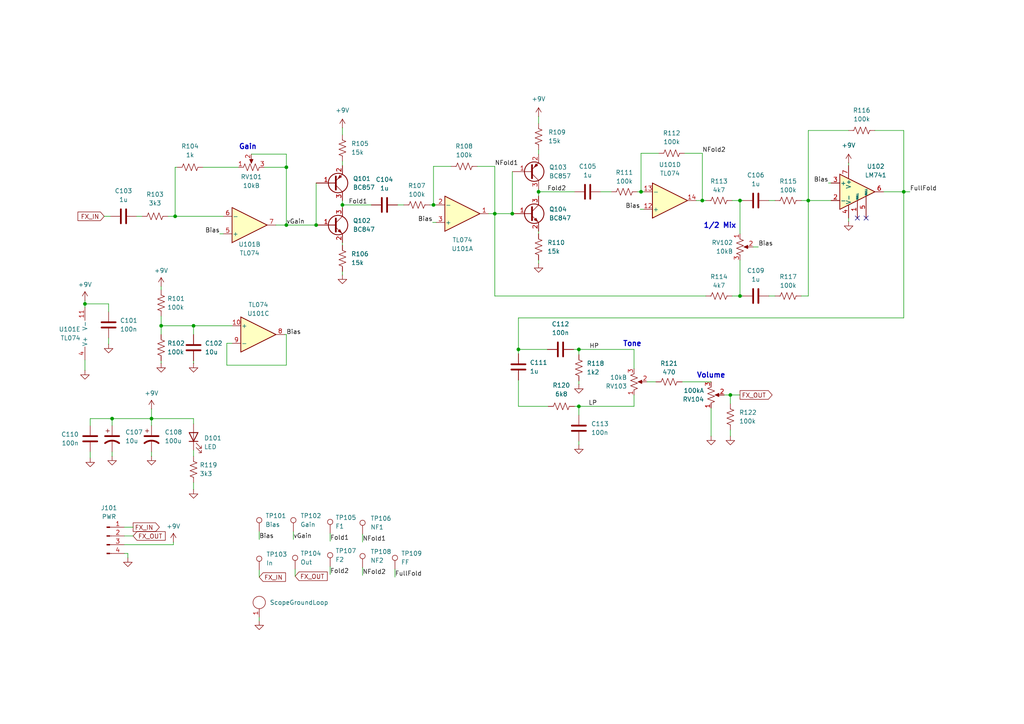
<source format=kicad_sch>
(kicad_sch (version 20231120) (generator "eeschema") (generator_version "8.0")
  (paper "A4")
  (lib_symbols
    (symbol "Amplifier_Operational:LM741" (pin_names (offset 0.127))
      (property "Reference" "U" (at 0 6.35 0))
      (property "Value" "LM741" (at 0 3.81 0))
      (symbol "LM741_0_1"
        (polyline (pts (xy -5.08 5.08) (xy 5.08 0) (xy -5.08 -5.08) (xy -5.08 5.08)) (stroke (width 0.254)) (fill (type background)))
      )
      (symbol "LM741_1_1"
        (pin input line (at 0 -7.62 90) (length 5.08) (name "NULL") (number "1"))
        (pin input line (at -7.62 -2.54 0) (length 2.54) (name "-") (number "2"))
        (pin input line (at -7.62 2.54 0) (length 2.54) (name "+") (number "3"))
        (pin power_in line (at -2.54 -7.62 90) (length 3.81) (name "V-") (number "4"))
        (pin input line (at 2.54 -7.62 90) (length 6.35) (name "NULL") (number "5"))
        (pin output line (at 7.62 0 180) (length 2.54) (name "~") (number "6"))
        (pin power_in line (at -2.54 7.62 270) (length 3.81) (name "V+") (number "7"))
        (pin no_connect line (at 0 2.54 270) (length 2.54) hide (name "NC") (number "8"))
      )
    )
    (symbol "Amplifier_Operational:TL074" (pin_names (offset 0.127))
      (property "Reference" "U" (at 0 5.08 0))
      (property "Value" "TL074" (at 0 -5.08 0))
      (symbol "TL074_1_1"
        (polyline (pts (xy -5.08 5.08) (xy 5.08 0) (xy -5.08 -5.08) (xy -5.08 5.08)) (stroke (width 0.254)) (fill (type background)))
        (pin output line (at 7.62 0 180) (length 2.54) (name "~") (number "1"))
        (pin input line (at -7.62 -2.54 0) (length 2.54) (name "-") (number "2"))
        (pin input line (at -7.62 2.54 0) (length 2.54) (name "+") (number "3"))
      )
      (symbol "TL074_2_1"
        (polyline (pts (xy -5.08 5.08) (xy 5.08 0) (xy -5.08 -5.08) (xy -5.08 5.08)) (stroke (width 0.254)) (fill (type background)))
        (pin input line (at -7.62 2.54 0) (length 2.54) (name "+") (number "5"))
        (pin input line (at -7.62 -2.54 0) (length 2.54) (name "-") (number "6"))
        (pin output line (at 7.62 0 180) (length 2.54) (name "~") (number "7"))
      )
      (symbol "TL074_3_1"
        (polyline (pts (xy -5.08 5.08) (xy 5.08 0) (xy -5.08 -5.08) (xy -5.08 5.08)) (stroke (width 0.254)) (fill (type background)))
        (pin input line (at -7.62 2.54 0) (length 2.54) (name "+") (number "10"))
        (pin output line (at 7.62 0 180) (length 2.54) (name "~") (number "8"))
        (pin input line (at -7.62 -2.54 0) (length 2.54) (name "-") (number "9"))
      )
      (symbol "TL074_4_1"
        (polyline (pts (xy -5.08 5.08) (xy 5.08 0) (xy -5.08 -5.08) (xy -5.08 5.08)) (stroke (width 0.254)) (fill (type background)))
        (pin input line (at -7.62 2.54 0) (length 2.54) (name "+") (number "12"))
        (pin input line (at -7.62 -2.54 0) (length 2.54) (name "-") (number "13"))
        (pin output line (at 7.62 0 180) (length 2.54) (name "~") (number "14"))
      )
      (symbol "TL074_5_1"
        (pin power_in line (at -2.54 -7.62 90) (length 3.81) (name "V-") (number "11"))
        (pin power_in line (at -2.54 7.62 270) (length 3.81) (name "V+") (number "4"))
      )
    )
    (symbol "Connector:Conn_01x04_Pin" (pin_names (offset 1.016) hide)
      (property "Reference" "J" (at 0 5.08 0))
      (property "Value" "Conn_01x04_Pin" (at 0 -7.62 0))
      (symbol "Conn_01x04_Pin_1_1"
        (polyline (pts (xy 1.27 -5.08) (xy 0.8636 -5.08)) (stroke (width 0.1524)))
        (polyline (pts (xy 1.27 -2.54) (xy 0.8636 -2.54)) (stroke (width 0.1524)))
        (polyline (pts (xy 1.27 0) (xy 0.8636 0)) (stroke (width 0.1524)))
        (polyline (pts (xy 1.27 2.54) (xy 0.8636 2.54)) (stroke (width 0.1524)))
        (rectangle (start 0.8636 -4.953) (end 0 -5.207) (stroke (width 0.1524)) (fill (type outline)))
        (rectangle (start 0.8636 -2.413) (end 0 -2.667) (stroke (width 0.1524)) (fill (type outline)))
        (rectangle (start 0.8636 0.127) (end 0 -0.127) (stroke (width 0.1524)) (fill (type outline)))
        (rectangle (start 0.8636 2.667) (end 0 2.413) (stroke (width 0.1524)) (fill (type outline)))
        (pin passive line (at 5.08 2.54 180) (length 3.81) (name "Pin_1") (number "1"))
        (pin passive line (at 5.08 0 180) (length 3.81) (name "Pin_2") (number "2"))
        (pin passive line (at 5.08 -2.54 180) (length 3.81) (name "Pin_3") (number "3"))
        (pin passive line (at 5.08 -5.08 180) (length 3.81) (name "Pin_4") (number "4"))
      )
    )
    (symbol "Connector:ScopeGroundLoop"
      (property "Value" "ScopeGroundLoop" (at 0 0 0))
      (symbol "ScopeGroundLoop_0_1"
        (circle (center 0 -3.3) (radius 1.8))
      )
      (symbol "ScopeGroundLoop_1_1"
        (pin passive line (at 0 -7.62 90) (length 2.54) (name "") (number "1"))
      )
    )
    (symbol "Connector:TestPoint" (pin_numbers hide) (pin_names (offset 0.762) hide) (in_bom no)
      (property "Reference" "TP" (at 0 6.858 0))
      (property "Value" "TestPoint" (at 0 5.08 0))
      (symbol "TestPoint_0_1"
        (circle (center 0 3.302) (radius 0.762))
      )
      (symbol "TestPoint_1_1"
        (pin passive line (at 0 0 90) (length 2.54) (name "1") (number "1"))
      )
    )
    (symbol "Device:C" (pin_numbers hide) (pin_names (offset 0.254))
      (property "Reference" "C" (at 0.635 2.54 0))
      (property "Value" "C" (at 0.635 -2.54 0))
      (symbol "C_0_1"
        (polyline (pts (xy -2.032 -0.762) (xy 2.032 -0.762)) (stroke (width 0.508)))
        (polyline (pts (xy -2.032 0.762) (xy 2.032 0.762)) (stroke (width 0.508)))
      )
      (symbol "C_1_1"
        (pin passive line (at 0 3.81 270) (length 2.794) (name "~") (number "1"))
        (pin passive line (at 0 -3.81 90) (length 2.794) (name "~") (number "2"))
      )
    )
    (symbol "Device:C_Polarized_US" (pin_numbers hide) (pin_names (offset 0.254) hide)
      (property "Reference" "C" (at 0.635 2.54 0))
      (property "Value" "C_Polarized_US" (at 0.635 -2.54 0))
      (symbol "C_Polarized_US_0_1"
        (polyline (pts (xy -2.032 0.762) (xy 2.032 0.762)) (stroke (width 0.508)))
        (polyline (pts (xy -1.778 2.286) (xy -0.762 2.286)))
        (polyline (pts (xy -1.27 1.778) (xy -1.27 2.794)))
        (arc (start 2.032 -1.27) (mid 0 -0.5572) (end -2.032 -1.27) (stroke (width 0.508)))
      )
      (symbol "C_Polarized_US_1_1"
        (pin passive line (at 0 3.81 270) (length 2.794) (name "~") (number "1"))
        (pin passive line (at 0 -3.81 90) (length 3.302) (name "~") (number "2"))
      )
    )
    (symbol "Device:LED" (pin_numbers hide) (pin_names (offset 1.016) hide)
      (property "Reference" "D" (at 0 2.54 0))
      (property "Value" "LED" (at 0 -2.54 0))
      (symbol "LED_0_1"
        (polyline (pts (xy -1.27 -1.27) (xy -1.27 1.27)) (stroke (width 0.254)))
        (polyline (pts (xy -1.27 0) (xy 1.27 0)))
        (polyline (pts (xy 1.27 -1.27) (xy 1.27 1.27) (xy -1.27 0) (xy 1.27 -1.27)) (stroke (width 0.254)))
        (polyline (pts (xy -3.048 -0.762) (xy -4.572 -2.286) (xy -3.81 -2.286) (xy -4.572 -2.286) (xy -4.572 -1.524)))
        (polyline (pts (xy -1.778 -0.762) (xy -3.302 -2.286) (xy -2.54 -2.286) (xy -3.302 -2.286) (xy -3.302 -1.524)))
      )
      (symbol "LED_1_1"
        (pin passive line (at -3.81 0 0) (length 2.54) (name "K") (number "1"))
        (pin passive line (at 3.81 0 180) (length 2.54) (name "A") (number "2"))
      )
    )
    (symbol "Device:R_Potentiometer_US" (pin_names (offset 1.016) hide)
      (property "Reference" "RV" (at -4.445 0 90))
      (property "Value" "R_Potentiometer_US" (at -2.54 0 90))
      (symbol "R_Potentiometer_US_0_1"
        (polyline (pts (xy 0 -2.286) (xy 0 -2.54)))
        (polyline (pts (xy 0 2.54) (xy 0 2.286)))
        (polyline (pts (xy 2.54 0) (xy 1.524 0)))
        (polyline (pts (xy 1.143 0) (xy 2.286 0.508) (xy 2.286 -0.508) (xy 1.143 0)) (fill (type outline)))
        (polyline (pts (xy 0 -0.762) (xy 1.016 -1.143) (xy 0 -1.524) (xy -1.016 -1.905) (xy 0 -2.286)))
        (polyline (pts (xy 0 0.762) (xy 1.016 0.381) (xy 0 0) (xy -1.016 -0.381) (xy 0 -0.762)))
        (polyline (pts (xy 0 2.286) (xy 1.016 1.905) (xy 0 1.524) (xy -1.016 1.143) (xy 0 0.762)))
      )
      (symbol "R_Potentiometer_US_1_1"
        (pin passive line (at 0 3.81 270) (length 1.27) (name "1") (number "1"))
        (pin passive line (at 3.81 0 180) (length 1.27) (name "2") (number "2"))
        (pin passive line (at 0 -3.81 90) (length 1.27) (name "3") (number "3"))
      )
    )
    (symbol "Device:R_US" (pin_numbers hide) (pin_names (offset 0))
      (property "Reference" "R" (at 2.54 0 90))
      (property "Value" "R_US" (at -2.54 0 90))
      (symbol "R_US_0_1"
        (polyline (pts (xy 0 -2.286) (xy 0 -2.54)))
        (polyline (pts (xy 0 2.286) (xy 0 2.54)))
        (polyline (pts (xy 0 -0.762) (xy 1.016 -1.143) (xy 0 -1.524) (xy -1.016 -1.905) (xy 0 -2.286)))
        (polyline (pts (xy 0 0.762) (xy 1.016 0.381) (xy 0 0) (xy -1.016 -0.381) (xy 0 -0.762)))
        (polyline (pts (xy 0 2.286) (xy 1.016 1.905) (xy 0 1.524) (xy -1.016 1.143) (xy 0 0.762)))
      )
      (symbol "R_US_1_1"
        (pin passive line (at 0 3.81 270) (length 1.27) (name "~") (number "1"))
        (pin passive line (at 0 -3.81 90) (length 1.27) (name "~") (number "2"))
      )
    )
    (symbol "Transistor_BJT:BC847" (pin_names (offset 0) hide)
      (property "Reference" "Q" (at 5.08 1.905 0))
      (property "Value" "BC847" (at 5.08 0 0))
      (symbol "BC847_0_1"
        (polyline (pts (xy 0.635 0.635) (xy 2.54 2.54)))
        (polyline (pts (xy 0.635 -0.635) (xy 2.54 -2.54) (xy 2.54 -2.54)))
        (polyline (pts (xy 0.635 1.905) (xy 0.635 -1.905) (xy 0.635 -1.905)) (stroke (width 0.508)))
        (polyline (pts (xy 1.27 -1.778) (xy 1.778 -1.27) (xy 2.286 -2.286) (xy 1.27 -1.778) (xy 1.27 -1.778)) (fill (type outline)))
        (circle (center 1.27 0) (radius 2.8194) (stroke (width 0.254)))
      )
      (symbol "BC847_1_1"
        (pin input line (at -5.08 0 0) (length 5.715) (name "B") (number "1"))
        (pin passive line (at 2.54 -5.08 90) (length 2.54) (name "E") (number "2"))
        (pin passive line (at 2.54 5.08 270) (length 2.54) (name "C") (number "3"))
      )
    )
    (symbol "Transistor_BJT:BC857" (pin_names (offset 0) hide)
      (property "Reference" "Q" (at 5.08 1.905 0))
      (property "Value" "BC857" (at 5.08 0 0))
      (symbol "BC857_0_1"
        (polyline (pts (xy 0.635 0.635) (xy 2.54 2.54)))
        (polyline (pts (xy 0.635 -0.635) (xy 2.54 -2.54) (xy 2.54 -2.54)))
        (polyline (pts (xy 0.635 1.905) (xy 0.635 -1.905) (xy 0.635 -1.905)) (stroke (width 0.508)))
        (polyline (pts (xy 2.286 -1.778) (xy 1.778 -2.286) (xy 1.27 -1.27) (xy 2.286 -1.778) (xy 2.286 -1.778)) (fill (type outline)))
        (circle (center 1.27 0) (radius 2.8194) (stroke (width 0.254)))
      )
      (symbol "BC857_1_1"
        (pin input line (at -5.08 0 0) (length 5.715) (name "B") (number "1"))
        (pin passive line (at 2.54 -5.08 90) (length 2.54) (name "E") (number "2"))
        (pin passive line (at 2.54 5.08 270) (length 2.54) (name "C") (number "3"))
      )
    )
    (symbol "power:+9V" (power) (pin_numbers hide) (pin_names (offset 0) hide)
      (property "Value" "+9V" (at 0 3.556 0))
      (symbol "+9V_0_1"
        (polyline (pts (xy -0.762 1.27) (xy 0 2.54)))
        (polyline (pts (xy 0 0) (xy 0 2.54)))
        (polyline (pts (xy 0 2.54) (xy 0.762 1.27)))
      )
      (symbol "+9V_1_1"
        (pin power_in line (at 0 0 90) (length 0) (name "~") (number "1"))
      )
    )
    (symbol "power:GND" (power) (pin_numbers hide) (pin_names (offset 0) hide)
      (symbol "GND_0_1"
        (polyline (pts (xy 0 0) (xy 0 -1.27) (xy 1.27 -1.27) (xy 0 -2.54) (xy -1.27 -1.27) (xy 0 -1.27)))
      )
      (symbol "GND_1_1"
        (pin power_in line (at 0 0 270) (length 0) (name "~") (number "1"))
      )
    )
  )
  (junction (at 234.442 58.166))
  (junction (at 150.368 101.346))
  (junction (at 167.894 117.856))
  (junction (at 203.708 58.166))
  (junction (at 143.51 61.976))
  (junction (at 214.63 58.166))
  (junction (at 167.894 101.346))
  (junction (at 211.836 114.554))
  (junction (at 156.21 55.626))
  (junction (at 83.058 65.278))
  (junction (at 56.134 94.488))
  (junction (at 24.638 88.138))
  (junction (at 43.942 121.412))
  (junction (at 83.058 48.514))
  (junction (at 99.314 59.436))
  (junction (at 125.73 59.436))
  (junction (at 46.736 94.488))
  (junction (at 50.8 62.738))
  (junction (at 91.694 65.278))
  (junction (at 32.512 121.412))
  (junction (at 262.128 55.626))
  (junction (at 214.63 85.852))
  (junction (at 148.59 61.976))
  (junction (at 185.928 55.626))
  (no_connect (at 248.666 63.246))
  (no_connect (at 251.206 63.246))
  (wire (pts (xy 166.37 101.346) (xy 167.894 101.346)))
  (wire (pts (xy 143.51 61.976) (xy 148.59 61.976)))
  (wire (pts (xy 214.63 85.852) (xy 215.392 85.852)))
  (wire (pts (xy 36.068 160.528) (xy 37.084 160.528)))
  (wire (pts (xy 214.63 75.438) (xy 214.63 85.852)))
  (wire (pts (xy 125.73 59.436) (xy 126.492 59.436)))
  (wire (pts (xy 203.708 58.166) (xy 204.724 58.166)))
  (wire (pts (xy 26.162 121.412) (xy 32.512 121.412)))
  (wire (pts (xy 211.836 114.554) (xy 210.058 114.554)))
  (wire (pts (xy 99.314 78.74) (xy 99.314 79.756)))
  (wire (pts (xy 105.156 154.94) (xy 105.156 157.226)))
  (wire (pts (xy 183.896 106.934) (xy 183.896 101.346)))
  (wire (pts (xy 56.134 121.412) (xy 43.942 121.412)))
  (wire (pts (xy 24.638 88.138) (xy 24.638 89.154)))
  (wire (pts (xy 115.316 59.436) (xy 117.094 59.436)))
  (wire (pts (xy 214.63 67.818) (xy 214.63 58.166)))
  (wire (pts (xy 141.732 61.976) (xy 143.51 61.976)))
  (wire (pts (xy 214.63 58.166) (xy 215.392 58.166)))
  (wire (pts (xy 50.292 157.988) (xy 50.292 157.226)))
  (wire (pts (xy 156.21 43.434) (xy 156.21 44.704)))
  (wire (pts (xy 36.068 157.988) (xy 50.292 157.988)))
  (wire (pts (xy 203.708 44.45) (xy 203.708 58.166)))
  (wire (pts (xy 46.736 104.648) (xy 46.736 105.41)))
  (wire (pts (xy 31.496 90.424) (xy 31.496 88.138)))
  (wire (pts (xy 156.21 54.864) (xy 156.21 55.626)))
  (wire (pts (xy 125.476 64.516) (xy 126.492 64.516)))
  (wire (pts (xy 253.746 37.846) (xy 262.128 37.846)))
  (wire (pts (xy 56.134 139.954) (xy 56.134 141.986)))
  (wire (pts (xy 56.134 94.488) (xy 67.31 94.488)))
  (wire (pts (xy 43.942 131.064) (xy 43.942 132.334)))
  (wire (pts (xy 56.134 122.936) (xy 56.134 121.412)))
  (wire (pts (xy 46.736 83.058) (xy 46.736 84.074)))
  (wire (pts (xy 50.8 62.738) (xy 64.77 62.738)))
  (wire (pts (xy 143.51 85.852) (xy 143.51 61.976)))
  (wire (pts (xy 43.942 118.618) (xy 43.942 121.412)))
  (wire (pts (xy 67.31 99.568) (xy 65.786 99.568)))
  (wire (pts (xy 150.368 102.616) (xy 150.368 101.346)))
  (wire (pts (xy 156.21 55.626) (xy 166.624 55.626)))
  (wire (pts (xy 234.442 58.166) (xy 241.046 58.166)))
  (wire (pts (xy 30.226 62.738) (xy 32.004 62.738)))
  (wire (pts (xy 190.246 110.744) (xy 187.706 110.744)))
  (wire (pts (xy 234.442 37.846) (xy 246.126 37.846)))
  (wire (pts (xy 83.058 65.278) (xy 80.01 65.278)))
  (wire (pts (xy 184.912 55.626) (xy 185.928 55.626)))
  (wire (pts (xy 58.928 48.514) (xy 69.088 48.514)))
  (wire (pts (xy 211.836 114.554) (xy 214.63 114.554)))
  (wire (pts (xy 156.21 33.782) (xy 156.21 35.814)))
  (wire (pts (xy 183.896 101.346) (xy 167.894 101.346)))
  (wire (pts (xy 48.768 62.738) (xy 50.8 62.738)))
  (wire (pts (xy 43.942 121.412) (xy 32.512 121.412)))
  (wire (pts (xy 99.314 37.084) (xy 99.314 39.116)))
  (wire (pts (xy 72.898 44.704) (xy 83.058 44.704)))
  (wire (pts (xy 167.894 101.346) (xy 167.894 102.87)))
  (wire (pts (xy 63.754 67.818) (xy 64.77 67.818)))
  (wire (pts (xy 130.81 48.26) (xy 125.73 48.26)))
  (wire (pts (xy 85.598 165.1) (xy 85.598 167.132)))
  (wire (pts (xy 24.638 104.394) (xy 24.638 107.442)))
  (wire (pts (xy 43.942 123.444) (xy 43.942 121.412)))
  (wire (pts (xy 223.012 85.852) (xy 224.79 85.852)))
  (wire (pts (xy 159.004 117.856) (xy 150.368 117.856)))
  (wire (pts (xy 76.708 48.514) (xy 83.058 48.514)))
  (wire (pts (xy 50.8 48.514) (xy 50.8 62.738)))
  (wire (pts (xy 246.126 47.244) (xy 246.126 48.006)))
  (wire (pts (xy 218.44 71.628) (xy 219.964 71.628)))
  (wire (pts (xy 167.894 117.856) (xy 167.894 120.396)))
  (wire (pts (xy 83.058 48.514) (xy 83.058 65.278)))
  (wire (pts (xy 166.624 117.856) (xy 167.894 117.856)))
  (wire (pts (xy 65.786 105.918) (xy 83.058 105.918)))
  (wire (pts (xy 174.244 55.626) (xy 177.292 55.626)))
  (wire (pts (xy 150.368 101.346) (xy 158.75 101.346)))
  (wire (pts (xy 256.286 55.626) (xy 262.128 55.626)))
  (wire (pts (xy 150.368 101.346) (xy 150.368 92.202)))
  (wire (pts (xy 185.928 55.626) (xy 186.69 55.626)))
  (wire (pts (xy 32.512 123.444) (xy 32.512 121.412)))
  (wire (pts (xy 167.894 117.856) (xy 183.896 117.856)))
  (wire (pts (xy 36.068 152.908) (xy 38.608 152.908)))
  (wire (pts (xy 201.93 58.166) (xy 203.708 58.166)))
  (wire (pts (xy 99.314 70.358) (xy 99.314 71.12)))
  (wire (pts (xy 99.314 46.736) (xy 99.314 48.006)))
  (wire (pts (xy 185.928 44.45) (xy 185.928 55.626)))
  (wire (pts (xy 206.248 118.364) (xy 206.248 126.492)))
  (wire (pts (xy 262.128 37.846) (xy 262.128 55.626)))
  (wire (pts (xy 75.184 179.07) (xy 75.184 180.086)))
  (wire (pts (xy 234.442 58.166) (xy 234.442 85.852)))
  (wire (pts (xy 185.674 60.706) (xy 186.69 60.706)))
  (wire (pts (xy 46.736 94.488) (xy 56.134 94.488)))
  (wire (pts (xy 124.714 59.436) (xy 125.73 59.436)))
  (wire (pts (xy 85.09 154.178) (xy 85.09 156.464)))
  (wire (pts (xy 211.836 124.714) (xy 211.836 126.492)))
  (wire (pts (xy 246.126 63.246) (xy 246.126 64.262)))
  (wire (pts (xy 156.21 55.626) (xy 156.21 56.896)))
  (wire (pts (xy 95.758 164.338) (xy 95.758 166.624)))
  (wire (pts (xy 56.134 130.556) (xy 56.134 132.334)))
  (wire (pts (xy 37.084 160.528) (xy 37.084 161.798)))
  (wire (pts (xy 83.058 105.918) (xy 83.058 97.028)))
  (wire (pts (xy 31.496 88.138) (xy 24.638 88.138)))
  (wire (pts (xy 83.058 97.028) (xy 82.55 97.028)))
  (wire (pts (xy 156.21 67.056) (xy 156.21 67.818)))
  (wire (pts (xy 50.8 48.514) (xy 51.308 48.514)))
  (wire (pts (xy 191.008 44.45) (xy 185.928 44.45)))
  (wire (pts (xy 75.184 165.354) (xy 75.184 167.386)))
  (wire (pts (xy 31.496 98.044) (xy 31.496 99.822)))
  (wire (pts (xy 46.736 94.488) (xy 46.736 97.028)))
  (wire (pts (xy 148.59 49.784) (xy 148.59 61.976)))
  (wire (pts (xy 99.314 59.436) (xy 99.314 60.198)))
  (wire (pts (xy 95.758 154.686) (xy 95.758 156.972)))
  (wire (pts (xy 212.344 85.852) (xy 214.63 85.852)))
  (wire (pts (xy 91.694 65.278) (xy 83.058 65.278)))
  (wire (pts (xy 99.314 58.166) (xy 99.314 59.436)))
  (wire (pts (xy 150.368 117.856) (xy 150.368 110.236)))
  (wire (pts (xy 83.058 44.704) (xy 83.058 48.514)))
  (wire (pts (xy 138.43 48.26) (xy 143.51 48.26)))
  (wire (pts (xy 232.41 58.166) (xy 234.442 58.166)))
  (wire (pts (xy 65.786 99.568) (xy 65.786 105.918)))
  (wire (pts (xy 26.162 123.444) (xy 26.162 121.412)))
  (wire (pts (xy 26.162 131.064) (xy 26.162 132.842)))
  (wire (pts (xy 75.184 154.178) (xy 75.184 156.464)))
  (wire (pts (xy 211.836 117.094) (xy 211.836 114.554)))
  (wire (pts (xy 167.894 110.49) (xy 167.894 111.506)))
  (wire (pts (xy 198.628 44.45) (xy 203.708 44.45)))
  (wire (pts (xy 32.512 131.064) (xy 32.512 132.334)))
  (wire (pts (xy 234.442 37.846) (xy 234.442 58.166)))
  (wire (pts (xy 206.248 110.744) (xy 197.866 110.744)))
  (wire (pts (xy 125.73 48.26) (xy 125.73 59.436)))
  (wire (pts (xy 39.624 62.738) (xy 41.148 62.738)))
  (wire (pts (xy 214.63 58.166) (xy 212.344 58.166)))
  (wire (pts (xy 232.41 85.852) (xy 234.442 85.852)))
  (wire (pts (xy 36.068 155.448) (xy 38.608 155.448)))
  (wire (pts (xy 114.554 165.1) (xy 114.554 167.386)))
  (wire (pts (xy 183.896 114.554) (xy 183.896 117.856)))
  (wire (pts (xy 143.51 85.852) (xy 204.724 85.852)))
  (wire (pts (xy 167.894 128.016) (xy 167.894 129.032)))
  (wire (pts (xy 223.012 58.166) (xy 224.79 58.166)))
  (wire (pts (xy 240.284 53.086) (xy 241.046 53.086)))
  (wire (pts (xy 99.314 59.436) (xy 107.696 59.436)))
  (wire (pts (xy 263.906 55.626) (xy 262.128 55.626)))
  (wire (pts (xy 91.694 53.086) (xy 91.694 65.278)))
  (wire (pts (xy 143.51 48.26) (xy 143.51 61.976)))
  (wire (pts (xy 56.134 104.648) (xy 56.134 105.41)))
  (wire (pts (xy 262.128 92.202) (xy 262.128 55.626)))
  (wire (pts (xy 150.368 92.202) (xy 262.128 92.202)))
  (wire (pts (xy 105.156 164.592) (xy 105.156 166.878)))
  (wire (pts (xy 56.134 94.488) (xy 56.134 97.028)))
  (wire (pts (xy 156.21 75.438) (xy 156.21 76.454)))
  (wire (pts (xy 24.638 87.122) (xy 24.638 88.138)))
  (wire (pts (xy 46.736 91.694) (xy 46.736 94.488)))
  (text "Volume" (at 206.248 108.966 0) (effects (font (size 1.5 1.5) (thickness 0.3) (bold yes))))
  (text "Tone" (at 183.388 99.822 0) (effects (font (size 1.5 1.5) (thickness 0.3) (bold yes))))
  (text "Gain" (at 71.882 42.672 0) (effects (font (size 1.5 1.5) (thickness 0.3) (bold yes))))
  (text "1/2 Mix" (at 208.788 65.532 0) (effects (font (size 1.5 1.5) (thickness 0.3) (bold yes))))
  (label "Fold2" (at 158.75 55.626 0))
  (label "HP" (at 170.942 101.346 0))
  (label "Fold1" (at 95.758 156.972 0))
  (label "FullFold" (at 114.554 167.386 0))
  (label "LP" (at 170.688 117.856 0))
  (label "Bias" (at 185.674 60.706 180))
  (label "NFold2" (at 203.708 44.45 0))
  (label "Bias" (at 75.184 156.464 0))
  (label "Fold2" (at 95.758 166.624 0))
  (label "FullFold" (at 263.906 55.626 0))
  (label "NFold1" (at 105.156 157.226 0))
  (label "Bias" (at 63.754 67.818 180))
  (label "Bias" (at 125.476 64.516 180))
  (label "Bias" (at 240.284 53.086 180))
  (label "Fold1" (at 101.092 59.436 0))
  (label "NFold1" (at 143.51 48.26 0))
  (label "vGain" (at 83.058 65.278 0))
  (label "NFold2" (at 105.156 166.878 0))
  (label "Bias" (at 83.058 97.282 0))
  (label "Bias" (at 219.964 71.628 0))
  (label "vGain" (at 85.09 156.464 0))
  (global_label "FX_IN" (shape input) (at 75.184 167.386 0) (property "Intersheetrefs" "${INTERSHEET_REFS}" (effects (hide yes))))
  (global_label "FX_OUT" (shape output) (at 214.63 114.554 0) (property "Intersheetrefs" "${INTERSHEET_REFS}" (effects (hide yes))))
  (global_label "FX_IN" (shape input) (at 30.226 62.738 180) (property "Intersheetrefs" "${INTERSHEET_REFS}" (effects (hide yes))))
  (global_label "FX_OUT" (shape input) (at 38.608 155.448 0) (property "Intersheetrefs" "${INTERSHEET_REFS}" (effects (hide yes))))
  (global_label "FX_OUT" (shape input) (at 85.598 167.132 0) (property "Intersheetrefs" "${INTERSHEET_REFS}" (effects (hide yes))))
  (global_label "FX_IN" (shape output) (at 38.608 152.908 0) (property "Intersheetrefs" "${INTERSHEET_REFS}" (effects (hide yes))))
  (symbol (lib_id "Device:C") (at 219.202 58.166 90) (unit 1)
    (property "Reference" "C106" (at 219.202 50.8 90))
    (property "Value" "1u" (at 219.202 53.34 90))
    (property "Footprint" "Capacitor_SMD:C_0805_2012Metric" (effects (hide yes)))
    (property "Description" "Unpolarized capacitor" (effects (hide yes)))
  )
  (symbol (lib_id "power:+9V") (at 99.314 37.084 0) (unit 1)
    (property "Reference" "#PWR0107" (effects (hide yes)))
    (property "Value" "+9V" (at 99.314 32.004 0))
    (property "Description" "Power symbol creates a global label with name \"+9V\"" (effects (hide yes)))
  )
  (symbol (lib_id "Device:C") (at 26.162 127.254 0) (mirror y) (unit 1)
    (property "Reference" "C110" (at 22.86 125.9839 0) (effects (justify left)))
    (property "Value" "100n" (at 22.86 128.5239 0) (effects (justify left)))
    (property "Footprint" "Capacitor_SMD:C_0805_2012Metric" (effects (hide yes)))
    (property "Description" "Unpolarized capacitor" (effects (hide yes)))
  )
  (symbol (lib_id "power:GND") (at 211.836 126.492 0) (unit 1)
    (property "Reference" "#PWR0121" (effects (hide yes)))
    (property "Value" "GND" (effects (hide yes)))
    (property "Description" "Power symbol creates a global label with name \"GND\" , ground" (effects (hide yes)))
  )
  (symbol (lib_id "Device:R_US") (at 208.534 58.166 90) (unit 1)
    (property "Reference" "R113" (at 208.534 52.578 90))
    (property "Value" "4k7" (at 208.534 55.118 90))
    (property "Footprint" "Resistor_SMD:R_0805_2012Metric" (effects (hide yes)))
    (property "Description" "Resistor, US symbol" (effects (hide yes)))
  )
  (symbol (lib_id "Device:C") (at 167.894 124.206 0) (unit 1)
    (property "Reference" "C113" (at 171.45 122.9359 0) (effects (justify left)))
    (property "Value" "100n" (at 171.45 125.4759 0) (effects (justify left)))
    (property "Footprint" "Capacitor_SMD:C_0805_2012Metric" (effects (hide yes)))
    (property "Description" "Unpolarized capacitor" (effects (hide yes)))
  )
  (symbol (lib_id "Device:R_US") (at 228.6 58.166 90) (unit 1)
    (property "Reference" "R115" (at 228.6 52.578 90))
    (property "Value" "100k" (at 228.6 55.118 90))
    (property "Footprint" "Resistor_SMD:R_0805_2012Metric" (effects (hide yes)))
    (property "Description" "Resistor, US symbol" (effects (hide yes)))
  )
  (symbol (lib_id "Device:C") (at 150.368 106.426 0) (unit 1)
    (property "Reference" "C111" (at 153.67 105.1559 0) (effects (justify left)))
    (property "Value" "1u" (at 153.67 107.6959 0) (effects (justify left)))
    (property "Footprint" "Capacitor_SMD:C_0805_2012Metric" (effects (hide yes)))
    (property "Description" "Unpolarized capacitor" (effects (hide yes)))
  )
  (symbol (lib_id "Device:R_US") (at 211.836 120.904 0) (unit 1)
    (property "Reference" "R122" (at 214.376 119.6339 0) (effects (justify left)))
    (property "Value" "100k" (at 214.376 122.1739 0) (effects (justify left)))
    (property "Footprint" "Resistor_SMD:R_0805_2012Metric" (effects (hide yes)))
    (property "Description" "Resistor, US symbol" (effects (hide yes)))
  )
  (symbol (lib_id "Device:LED") (at 56.134 126.746 90) (unit 1)
    (property "Reference" "D101" (at 59.182 127.0634 90) (effects (justify right)))
    (property "Value" "LED" (at 59.182 129.6034 90) (effects (justify right)))
    (property "Footprint" "LED_THT:LED_D3.0mm" (effects (hide yes)))
    (property "Description" "Light emitting diode" (effects (hide yes)))
  )
  (symbol (lib_id "Device:C") (at 170.434 55.626 90) (unit 1)
    (property "Reference" "C105" (at 170.434 48.26 90))
    (property "Value" "1u" (at 170.434 50.8 90))
    (property "Footprint" "Capacitor_SMD:C_0805_2012Metric" (effects (hide yes)))
    (property "Description" "Unpolarized capacitor" (effects (hide yes)))
  )
  (symbol (lib_id "power:GND") (at 24.638 107.442 0) (unit 1)
    (property "Reference" "#PWR0102" (effects (hide yes)))
    (property "Value" "GND" (effects (hide yes)))
    (property "Description" "Power symbol creates a global label with name \"GND\" , ground" (effects (hide yes)))
  )
  (symbol (lib_id "Device:R_US") (at 46.736 100.838 0) (unit 1)
    (property "Reference" "R102" (at 48.514 99.5679 0) (effects (justify left)))
    (property "Value" "100k" (at 48.514 102.1079 0) (effects (justify left)))
    (property "Footprint" "Resistor_SMD:R_0805_2012Metric" (effects (hide yes)))
    (property "Description" "Resistor, US symbol" (effects (hide yes)))
  )
  (symbol (lib_id "Device:R_Potentiometer_US") (at 206.248 114.554 0) (mirror x) (unit 1)
    (property "Reference" "RV104" (at 204.216 115.8241 0) (effects (justify right)))
    (property "Value" "100kA" (at 204.216 113.2841 0) (effects (justify right)))
    (property "Footprint" "Potentiometer_THT:Potentiometer_Alpha_RV16AF_42_VeryLong" (effects (hide yes)))
    (property "Description" "Potentiometer, US symbol" (effects (hide yes)))
  )
  (symbol (lib_id "Connector:TestPoint") (at 105.156 154.94 0) (unit 1) (in_bom no)
    (property "Reference" "TP106" (at 107.442 150.3679 0) (effects (justify left)))
    (property "Value" "NF1" (at 107.442 152.9079 0) (effects (justify left)))
    (property "Footprint" "TestPoint:TestPoint_THTPad_D2.0mm_Drill1.0mm_VAL" (effects (hide yes)))
    (property "Description" "test point" (effects (hide yes)))
  )
  (symbol (lib_id "Device:R_US") (at 56.134 136.144 0) (unit 1)
    (property "Reference" "R119" (at 57.912 134.8739 0) (effects (justify left)))
    (property "Value" "3k3" (at 57.912 137.4139 0) (effects (justify left)))
    (property "Footprint" "Resistor_SMD:R_0805_2012Metric" (effects (hide yes)))
    (property "Description" "Resistor, US symbol" (effects (hide yes)))
  )
  (symbol (lib_id "Device:R_US") (at 167.894 106.68 0) (unit 1)
    (property "Reference" "R118" (at 170.18 105.4099 0) (effects (justify left)))
    (property "Value" "1k2" (at 170.18 107.9499 0) (effects (justify left)))
    (property "Footprint" "Resistor_SMD:R_0805_2012Metric" (effects (hide yes)))
    (property "Description" "Resistor, US symbol" (effects (hide yes)))
  )
  (symbol (lib_id "Amplifier_Operational:TL074") (at 134.112 61.976 0) (mirror x) (unit 1)
    (property "Reference" "U101" (at 134.112 72.136 0))
    (property "Value" "TL074" (at 134.112 69.596 0))
    (property "Footprint" "Package_DIP:DIP-14_W7.62mm" (effects (hide yes)))
    (property "Datasheet" "http://www.ti.com/lit/ds/symlink/tl071.pdf" (effects (hide yes)))
    (property "Description" "Quad Low-Noise JFET-Input Operational Amplifiers, DIP-14/SOIC-14" (effects (hide yes)))
  )
  (symbol (lib_id "Device:C") (at 35.814 62.738 90) (unit 1)
    (property "Reference" "C103" (at 35.814 55.372 90))
    (property "Value" "1u" (at 35.814 57.912 90))
    (property "Footprint" "Capacitor_SMD:C_0805_2012Metric" (effects (hide yes)))
    (property "Description" "Unpolarized capacitor" (effects (hide yes)))
  )
  (symbol (lib_id "Device:C_Polarized_US") (at 32.512 127.254 0) (unit 1)
    (property "Reference" "C107" (at 36.322 125.3489 0) (effects (justify left)))
    (property "Value" "10u" (at 36.322 127.8889 0) (effects (justify left)))
    (property "Footprint" "Capacitor_THT:CP_Radial_D5.0mm_P2.50mm" (effects (hide yes)))
    (property "Description" "Polarized capacitor, US symbol" (effects (hide yes)))
  )
  (symbol (lib_id "Device:R_Potentiometer_US") (at 183.896 110.744 0) (mirror x) (unit 1)
    (property "Reference" "RV103" (at 181.864 112.0141 0) (effects (justify right)))
    (property "Value" "10kB" (at 181.864 109.4741 0) (effects (justify right)))
    (property "Footprint" "Potentiometer_THT:Potentiometer_Alpha_RV16AF_42_VeryLong" (effects (hide yes)))
    (property "Description" "Potentiometer, US symbol" (effects (hide yes)))
  )
  (symbol (lib_id "power:GND") (at 156.21 76.454 0) (unit 1)
    (property "Reference" "#PWR0110" (effects (hide yes)))
    (property "Value" "GND" (effects (hide yes)))
    (property "Description" "Power symbol creates a global label with name \"GND\" , ground" (effects (hide yes)))
  )
  (symbol (lib_id "Device:R_US") (at 156.21 39.624 0) (unit 1)
    (property "Reference" "R109" (at 159.004 38.3539 0) (effects (justify left)))
    (property "Value" "15k" (at 159.004 40.8939 0) (effects (justify left)))
    (property "Footprint" "Resistor_SMD:R_0805_2012Metric" (effects (hide yes)))
    (property "Description" "Resistor, US symbol" (effects (hide yes)))
  )
  (symbol (lib_id "Connector:TestPoint") (at 95.758 164.338 0) (unit 1) (in_bom no)
    (property "Reference" "TP107" (at 97.282 159.7659 0) (effects (justify left)))
    (property "Value" "F2" (at 97.282 162.3059 0) (effects (justify left)))
    (property "Footprint" "TestPoint:TestPoint_THTPad_D2.0mm_Drill1.0mm_VAL" (effects (hide yes)))
    (property "Description" "test point" (effects (hide yes)))
  )
  (symbol (lib_id "Device:C") (at 111.506 59.436 90) (unit 1)
    (property "Reference" "C104" (at 111.506 52.07 90))
    (property "Value" "1u" (at 111.506 54.61 90))
    (property "Footprint" "Capacitor_SMD:C_0805_2012Metric" (effects (hide yes)))
    (property "Description" "Unpolarized capacitor" (effects (hide yes)))
  )
  (symbol (lib_id "power:GND") (at 56.134 141.986 0) (unit 1)
    (property "Reference" "#PWR0116" (effects (hide yes)))
    (property "Value" "GND" (effects (hide yes)))
    (property "Description" "Power symbol creates a global label with name \"GND\" , ground" (effects (hide yes)))
  )
  (symbol (lib_id "power:+9V") (at 50.292 157.226 0) (unit 1)
    (property "Reference" "#PWR0123" (effects (hide yes)))
    (property "Value" "+9V" (at 50.292 152.654 0))
    (property "Description" "Power symbol creates a global label with name \"+9V\"" (effects (hide yes)))
  )
  (symbol (lib_id "power:GND") (at 99.314 79.756 0) (unit 1)
    (property "Reference" "#PWR0108" (effects (hide yes)))
    (property "Value" "GND" (effects (hide yes)))
    (property "Description" "Power symbol creates a global label with name \"GND\" , ground" (effects (hide yes)))
  )
  (symbol (lib_id "Connector:Conn_01x04_Pin") (at 30.988 155.448 0) (unit 1)
    (property "Reference" "J101" (at 31.623 147.32 0))
    (property "Value" "PWR" (at 31.623 149.86 0))
    (property "Footprint" "Connector_PinHeader_2.54mm:PinHeader_1x04_P2.54mm_Vertical" (effects (hide yes)))
    (property "Description" "Generic connector, single row, 01x04, script generated" (effects (hide yes)))
  )
  (symbol (lib_id "power:GND") (at 43.942 132.334 0) (unit 1)
    (property "Reference" "#PWR0115" (effects (hide yes)))
    (property "Value" "GND" (effects (hide yes)))
    (property "Description" "Power symbol creates a global label with name \"GND\" , ground" (effects (hide yes)))
  )
  (symbol (lib_id "Device:R_US") (at 99.314 42.926 0) (unit 1)
    (property "Reference" "R105" (at 101.854 41.6559 0) (effects (justify left)))
    (property "Value" "15k" (at 101.854 44.1959 0) (effects (justify left)))
    (property "Footprint" "Resistor_SMD:R_0805_2012Metric" (effects (hide yes)))
    (property "Description" "Resistor, US symbol" (effects (hide yes)))
  )
  (symbol (lib_id "Device:R_US") (at 55.118 48.514 90) (unit 1)
    (property "Reference" "R104" (at 55.118 42.418 90))
    (property "Value" "1k" (at 55.118 44.958 90))
    (property "Footprint" "Resistor_SMD:R_0805_2012Metric" (effects (hide yes)))
    (property "Description" "Resistor, US symbol" (effects (hide yes)))
  )
  (symbol (lib_id "Transistor_BJT:BC847") (at 153.67 61.976 0) (unit 1)
    (property "Reference" "Q104" (at 159.258 60.7059 0) (effects (justify left)))
    (property "Value" "BC847" (at 159.258 63.2459 0) (effects (justify left)))
    (property "Footprint" "Package_TO_SOT_SMD:SOT-23" (effects (hide yes)))
    (property "Datasheet" "http://www.infineon.com/dgdl/Infineon-BC847SERIES_BC848SERIES_BC849SERIES_BC850SERIES-DS-v01_01-en.pdf?fileId=db3a304314dca389011541d4630a1657" (effects (hide yes)))
    (property "Description" "0.1A Ic, 45V Vce, NPN Transistor, SOT-23" (effects (hide yes)))
  )
  (symbol (lib_id "Connector:TestPoint") (at 105.156 164.592 0) (unit 1) (in_bom no)
    (property "Reference" "TP108" (at 107.442 160.0199 0) (effects (justify left)))
    (property "Value" "NF2" (at 107.442 162.5599 0) (effects (justify left)))
    (property "Footprint" "TestPoint:TestPoint_THTPad_D2.0mm_Drill1.0mm_VAL" (effects (hide yes)))
    (property "Description" "test point" (effects (hide yes)))
  )
  (symbol (lib_id "power:GND") (at 31.496 99.822 0) (unit 1)
    (property "Reference" "#PWR0103" (effects (hide yes)))
    (property "Value" "GND" (effects (hide yes)))
    (property "Description" "Power symbol creates a global label with name \"GND\" , ground" (effects (hide yes)))
  )
  (symbol (lib_id "Device:R_US") (at 162.814 117.856 90) (unit 1)
    (property "Reference" "R120" (at 162.814 111.76 90))
    (property "Value" "6k8" (at 162.814 114.3 90))
    (property "Footprint" "Resistor_SMD:R_0805_2012Metric" (effects (hide yes)))
    (property "Description" "Resistor, US symbol" (effects (hide yes)))
  )
  (symbol (lib_id "power:+9V") (at 246.126 47.244 0) (unit 1)
    (property "Reference" "#PWR0113" (effects (hide yes)))
    (property "Value" "+9V" (at 246.126 42.164 0))
    (property "Description" "Power symbol creates a global label with name \"+9V\"" (effects (hide yes)))
  )
  (symbol (lib_id "power:GND") (at 46.736 105.41 0) (unit 1)
    (property "Reference" "#PWR0104" (effects (hide yes)))
    (property "Value" "GND" (effects (hide yes)))
    (property "Description" "Power symbol creates a global label with name \"GND\" , ground" (effects (hide yes)))
  )
  (symbol (lib_id "power:GND") (at 167.894 111.506 0) (unit 1)
    (property "Reference" "#PWR0118" (effects (hide yes)))
    (property "Value" "GND" (effects (hide yes)))
    (property "Description" "Power symbol creates a global label with name \"GND\" , ground" (effects (hide yes)))
  )
  (symbol (lib_id "power:+9V") (at 46.736 83.058 0) (unit 1)
    (property "Reference" "#PWR0106" (effects (hide yes)))
    (property "Value" "+9V" (at 46.736 78.486 0))
    (property "Description" "Power symbol creates a global label with name \"+9V\"" (effects (hide yes)))
  )
  (symbol (lib_id "power:+9V") (at 43.942 118.618 0) (unit 1)
    (property "Reference" "#PWR0111" (effects (hide yes)))
    (property "Value" "+9V" (at 43.942 114.046 0))
    (property "Description" "Power symbol creates a global label with name \"+9V\"" (effects (hide yes)))
  )
  (symbol (lib_id "Connector:TestPoint") (at 85.598 165.1 0) (unit 1) (in_bom no)
    (property "Reference" "TP104" (at 87.122 160.5279 0) (effects (justify left)))
    (property "Value" "Out" (at 87.122 163.0679 0) (effects (justify left)))
    (property "Footprint" "TestPoint:TestPoint_THTPad_D2.0mm_Drill1.0mm_VAL" (effects (hide yes)))
    (property "Description" "test point" (effects (hide yes)))
  )
  (symbol (lib_id "Device:R_US") (at 46.736 87.884 0) (unit 1)
    (property "Reference" "R101" (at 48.514 86.6139 0) (effects (justify left)))
    (property "Value" "100k" (at 48.514 89.1539 0) (effects (justify left)))
    (property "Footprint" "Resistor_SMD:R_0805_2012Metric" (effects (hide yes)))
    (property "Description" "Resistor, US symbol" (effects (hide yes)))
  )
  (symbol (lib_id "Amplifier_Operational:TL074") (at 194.31 58.166 0) (mirror x) (unit 4)
    (property "Reference" "U101" (at 194.31 47.752 0))
    (property "Value" "TL074" (at 194.31 50.292 0))
    (property "Footprint" "Package_DIP:DIP-14_W7.62mm" (effects (hide yes)))
    (property "Datasheet" "http://www.ti.com/lit/ds/symlink/tl071.pdf" (effects (hide yes)))
    (property "Description" "Quad Low-Noise JFET-Input Operational Amplifiers, DIP-14/SOIC-14" (effects (hide yes)))
  )
  (symbol (lib_id "Device:C") (at 219.202 85.852 90) (unit 1)
    (property "Reference" "C109" (at 219.202 78.486 90))
    (property "Value" "1u" (at 219.202 81.026 90))
    (property "Footprint" "Capacitor_SMD:C_0805_2012Metric" (effects (hide yes)))
    (property "Description" "Unpolarized capacitor" (effects (hide yes)))
  )
  (symbol (lib_id "power:GND") (at 37.084 161.798 0) (mirror y) (unit 1)
    (property "Reference" "#PWR0122" (effects (hide yes)))
    (property "Value" "GND" (effects (hide yes)))
    (property "Description" "Power symbol creates a global label with name \"GND\" , ground" (effects (hide yes)))
  )
  (symbol (lib_id "Amplifier_Operational:TL074") (at 72.39 65.278 0) (mirror x) (unit 2)
    (property "Reference" "U101" (at 72.39 70.866 0))
    (property "Value" "TL074" (at 72.39 73.406 0))
    (property "Footprint" "Package_DIP:DIP-14_W7.62mm" (effects (hide yes)))
    (property "Datasheet" "http://www.ti.com/lit/ds/symlink/tl071.pdf" (effects (hide yes)))
    (property "Description" "Quad Low-Noise JFET-Input Operational Amplifiers, DIP-14/SOIC-14" (effects (hide yes)))
  )
  (symbol (lib_id "Amplifier_Operational:TL074") (at 27.178 96.774 0) (mirror x) (unit 5)
    (property "Reference" "U101" (at 23.368 95.5039 0) (effects (justify right)))
    (property "Value" "TL074" (at 23.368 98.0439 0) (effects (justify right)))
    (property "Footprint" "Package_DIP:DIP-14_W7.62mm" (effects (hide yes)))
    (property "Datasheet" "http://www.ti.com/lit/ds/symlink/tl071.pdf" (effects (hide yes)))
    (property "Description" "Quad Low-Noise JFET-Input Operational Amplifiers, DIP-14/SOIC-14" (effects (hide yes)))
  )
  (symbol (lib_id "Connector:ScopeGroundLoop") (at 75.184 171.45 0) (unit 1)
    (property "Reference" "J102" (effects (hide yes)))
    (property "Value" "ScopeGroundLoop" (at 78.232 174.7499 0) (effects (justify left)))
    (property "Footprint" "Connector:THT_GND_WIRE" (effects (hide yes)))
  )
  (symbol (lib_id "Transistor_BJT:BC847") (at 96.774 65.278 0) (unit 1)
    (property "Reference" "Q102" (at 102.362 64.0079 0) (effects (justify left)))
    (property "Value" "BC847" (at 102.362 66.5479 0) (effects (justify left)))
    (property "Footprint" "Package_TO_SOT_SMD:SOT-23" (effects (hide yes)))
    (property "Datasheet" "http://www.infineon.com/dgdl/Infineon-BC847SERIES_BC848SERIES_BC849SERIES_BC850SERIES-DS-v01_01-en.pdf?fileId=db3a304314dca389011541d4630a1657" (effects (hide yes)))
    (property "Description" "0.1A Ic, 45V Vce, NPN Transistor, SOT-23" (effects (hide yes)))
  )
  (symbol (lib_id "Connector:TestPoint") (at 95.758 154.686 0) (unit 1) (in_bom no)
    (property "Reference" "TP105" (at 97.282 150.1139 0) (effects (justify left)))
    (property "Value" "F1" (at 97.282 152.6539 0) (effects (justify left)))
    (property "Footprint" "TestPoint:TestPoint_THTPad_D2.0mm_Drill1.0mm_VAL" (effects (hide yes)))
    (property "Description" "test point" (effects (hide yes)))
  )
  (symbol (lib_id "Device:R_Potentiometer_US") (at 72.898 48.514 90) (unit 1)
    (property "Reference" "RV101" (at 72.898 51.308 90))
    (property "Value" "10kB" (at 72.898 53.848 90))
    (property "Footprint" "Potentiometer_THT:Potentiometer_Alpha_RV16AF_42_VeryLong" (effects (hide yes)))
    (property "Description" "Potentiometer, US symbol" (effects (hide yes)))
  )
  (symbol (lib_id "Device:R_US") (at 228.6 85.852 90) (unit 1)
    (property "Reference" "R117" (at 228.6 80.264 90))
    (property "Value" "100k" (at 228.6 82.804 90))
    (property "Footprint" "Resistor_SMD:R_0805_2012Metric" (effects (hide yes)))
    (property "Description" "Resistor, US symbol" (effects (hide yes)))
  )
  (symbol (lib_id "Connector:TestPoint") (at 75.184 154.178 0) (unit 1) (in_bom no)
    (property "Reference" "TP101" (at 76.962 149.6059 0) (effects (justify left)))
    (property "Value" "Bias" (at 76.962 152.1459 0) (effects (justify left)))
    (property "Footprint" "TestPoint:TestPoint_THTPad_D2.0mm_Drill1.0mm_VAL" (effects (hide yes)))
    (property "Description" "test point" (effects (hide yes)))
  )
  (symbol (lib_id "Device:C") (at 31.496 94.234 0) (unit 1)
    (property "Reference" "C101" (at 34.798 92.9639 0) (effects (justify left)))
    (property "Value" "100n" (at 34.798 95.5039 0) (effects (justify left)))
    (property "Footprint" "Capacitor_SMD:C_0805_2012Metric" (effects (hide yes)))
    (property "Description" "Unpolarized capacitor" (effects (hide yes)))
  )
  (symbol (lib_id "Device:C") (at 56.134 100.838 0) (unit 1)
    (property "Reference" "C102" (at 59.436 99.5679 0) (effects (justify left)))
    (property "Value" "10u" (at 59.436 102.1079 0) (effects (justify left)))
    (property "Footprint" "Capacitor_SMD:C_0805_2012Metric" (effects (hide yes)))
    (property "Description" "Unpolarized capacitor" (effects (hide yes)))
  )
  (symbol (lib_id "power:GND") (at 206.248 126.492 0) (unit 1)
    (property "Reference" "#PWR0120" (effects (hide yes)))
    (property "Value" "GND" (effects (hide yes)))
    (property "Description" "Power symbol creates a global label with name \"GND\" , ground" (effects (hide yes)))
  )
  (symbol (lib_id "power:GND") (at 26.162 132.842 0) (mirror y) (unit 1)
    (property "Reference" "#PWR0117" (effects (hide yes)))
    (property "Value" "GND" (effects (hide yes)))
    (property "Description" "Power symbol creates a global label with name \"GND\" , ground" (effects (hide yes)))
  )
  (symbol (lib_id "Transistor_BJT:BC857") (at 153.67 49.784 0) (mirror x) (unit 1)
    (property "Reference" "Q103" (at 159.258 48.5139 0) (effects (justify left)))
    (property "Value" "BC857" (at 159.258 51.0539 0) (effects (justify left)))
    (property "Footprint" "Package_TO_SOT_SMD:SOT-23" (effects (hide yes)))
    (property "Datasheet" "https://www.onsemi.com/pub/Collateral/BC860-D.pdf" (effects (hide yes)))
    (property "Description" "0.1A Ic, 45V Vce, PNP Transistor, SOT-23" (effects (hide yes)))
  )
  (symbol (lib_id "power:GND") (at 56.134 105.41 0) (unit 1)
    (property "Reference" "#PWR0105" (effects (hide yes)))
    (property "Value" "GND" (effects (hide yes)))
    (property "Description" "Power symbol creates a global label with name \"GND\" , ground" (effects (hide yes)))
  )
  (symbol (lib_id "Device:C") (at 162.56 101.346 90) (unit 1)
    (property "Reference" "C112" (at 162.56 93.98 90))
    (property "Value" "100n" (at 162.56 96.52 90))
    (property "Footprint" "Capacitor_SMD:C_0805_2012Metric" (effects (hide yes)))
    (property "Description" "Unpolarized capacitor" (effects (hide yes)))
  )
  (symbol (lib_id "Connector:TestPoint") (at 114.554 165.1 0) (unit 1) (in_bom no)
    (property "Reference" "TP109" (at 116.332 160.5279 0) (effects (justify left)))
    (property "Value" "FF" (at 116.332 163.0679 0) (effects (justify left)))
    (property "Footprint" "TestPoint:TestPoint_THTPad_D2.0mm_Drill1.0mm_VAL" (effects (hide yes)))
    (property "Description" "test point" (effects (hide yes)))
  )
  (symbol (lib_id "power:GND") (at 167.894 129.032 0) (unit 1)
    (property "Reference" "#PWR0119" (effects (hide yes)))
    (property "Value" "GND" (effects (hide yes)))
    (property "Description" "Power symbol creates a global label with name \"GND\" , ground" (effects (hide yes)))
  )
  (symbol (lib_id "Device:R_US") (at 99.314 74.93 0) (unit 1)
    (property "Reference" "R106" (at 101.854 73.6599 0) (effects (justify left)))
    (property "Value" "15k" (at 101.854 76.1999 0) (effects (justify left)))
    (property "Footprint" "Resistor_SMD:R_0805_2012Metric" (effects (hide yes)))
    (property "Description" "Resistor, US symbol" (effects (hide yes)))
  )
  (symbol (lib_id "Device:R_US") (at 194.056 110.744 90) (unit 1)
    (property "Reference" "R121" (at 194.056 105.41 90))
    (property "Value" "470" (at 194.056 107.95 90))
    (property "Footprint" "Resistor_SMD:R_0805_2012Metric" (effects (hide yes)))
    (property "Description" "Resistor, US symbol" (effects (hide yes)))
  )
  (symbol (lib_id "Amplifier_Operational:TL074") (at 74.93 97.028 0) (unit 3)
    (property "Reference" "U101" (at 74.93 90.932 0))
    (property "Value" "TL074" (at 74.93 88.392 0))
    (property "Footprint" "Package_DIP:DIP-14_W7.62mm" (effects (hide yes)))
    (property "Datasheet" "http://www.ti.com/lit/ds/symlink/tl071.pdf" (effects (hide yes)))
    (property "Description" "Quad Low-Noise JFET-Input Operational Amplifiers, DIP-14/SOIC-14" (effects (hide yes)))
  )
  (symbol (lib_id "Device:R_US") (at 156.21 71.628 0) (unit 1)
    (property "Reference" "R110" (at 158.75 70.3579 0) (effects (justify left)))
    (property "Value" "15k" (at 158.75 72.8979 0) (effects (justify left)))
    (property "Footprint" "Resistor_SMD:R_0805_2012Metric" (effects (hide yes)))
    (property "Description" "Resistor, US symbol" (effects (hide yes)))
  )
  (symbol (lib_id "Transistor_BJT:BC857") (at 96.774 53.086 0) (mirror x) (unit 1)
    (property "Reference" "Q101" (at 102.362 51.8159 0) (effects (justify left)))
    (property "Value" "BC857" (at 102.362 54.3559 0) (effects (justify left)))
    (property "Footprint" "Package_TO_SOT_SMD:SOT-23" (effects (hide yes)))
    (property "Datasheet" "https://www.onsemi.com/pub/Collateral/BC860-D.pdf" (effects (hide yes)))
    (property "Description" "0.1A Ic, 45V Vce, PNP Transistor, SOT-23" (effects (hide yes)))
  )
  (symbol (lib_id "Device:R_US") (at 181.102 55.626 90) (unit 1)
    (property "Reference" "R111" (at 181.102 50.038 90))
    (property "Value" "100k" (at 181.102 52.578 90))
    (property "Footprint" "Resistor_SMD:R_0805_2012Metric" (effects (hide yes)))
    (property "Description" "Resistor, US symbol" (effects (hide yes)))
  )
  (symbol (lib_id "Connector:TestPoint") (at 85.09 154.178 0) (unit 1) (in_bom no)
    (property "Reference" "TP102" (at 87.122 149.6059 0) (effects (justify left)))
    (property "Value" "Gain" (at 87.122 152.1459 0) (effects (justify left)))
    (property "Footprint" "TestPoint:TestPoint_THTPad_D2.0mm_Drill1.0mm_VAL" (effects (hide yes)))
    (property "Description" "test point" (effects (hide yes)))
  )
  (symbol (lib_id "Device:R_US") (at 44.958 62.738 90) (unit 1)
    (property "Reference" "R103" (at 44.958 56.388 90))
    (property "Value" "3k3" (at 44.958 58.928 90))
    (property "Footprint" "Resistor_SMD:R_0805_2012Metric" (effects (hide yes)))
    (property "Description" "Resistor, US symbol" (effects (hide yes)))
  )
  (symbol (lib_id "Device:R_Potentiometer_US") (at 214.63 71.628 0) (unit 1)
    (property "Reference" "RV102" (at 212.598 70.3579 0) (effects (justify right)))
    (property "Value" "10kB" (at 212.598 72.8979 0) (effects (justify right)))
    (property "Footprint" "Potentiometer_THT:Potentiometer_Alpha_RV16AF_42_VeryLong" (effects (hide yes)))
    (property "Description" "Potentiometer, US symbol" (effects (hide yes)))
  )
  (symbol (lib_id "power:+9V") (at 156.21 33.782 0) (unit 1)
    (property "Reference" "#PWR0109" (effects (hide yes)))
    (property "Value" "+9V" (at 156.21 28.702 0))
    (property "Description" "Power symbol creates a global label with name \"+9V\"" (effects (hide yes)))
  )
  (symbol (lib_id "power:+9V") (at 24.638 87.122 0) (unit 1)
    (property "Reference" "#PWR0101" (effects (hide yes)))
    (property "Value" "+9V" (at 24.638 82.55 0))
    (property "Description" "Power symbol creates a global label with name \"+9V\"" (effects (hide yes)))
  )
  (symbol (lib_id "Amplifier_Operational:LM741") (at 248.666 55.626 0) (unit 1)
    (property "Reference" "U102" (at 254 48.26 0))
    (property "Value" "LM741" (at 254 50.8 0))
    (property "Footprint" "Package_DIP:DIP-8_W7.62mm" (effects (hide yes)))
    (property "Datasheet" "http://www.ti.com/lit/ds/symlink/lm741.pdf" (effects (hide yes)))
    (property "Description" "Operational Amplifier, DIP-8/TO-99-8" (effects (hide yes)))
  )
  (symbol (lib_id "Device:R_US") (at 208.534 85.852 90) (unit 1)
    (property "Reference" "R114" (at 208.534 80.264 90))
    (property "Value" "4k7" (at 208.534 82.804 90))
    (property "Footprint" "Resistor_SMD:R_0805_2012Metric" (effects (hide yes)))
    (property "Description" "Resistor, US symbol" (effects (hide yes)))
  )
  (symbol (lib_id "Device:R_US") (at 194.818 44.45 90) (unit 1)
    (property "Reference" "R112" (at 194.818 38.608 90))
    (property "Value" "100k" (at 194.818 41.148 90))
    (property "Footprint" "Resistor_SMD:R_0805_2012Metric" (effects (hide yes)))
    (property "Description" "Resistor, US symbol" (effects (hide yes)))
  )
  (symbol (lib_id "Device:R_US") (at 134.62 48.26 90) (unit 1)
    (property "Reference" "R108" (at 134.62 42.418 90))
    (property "Value" "100k" (at 134.62 44.958 90))
    (property "Footprint" "Resistor_SMD:R_0805_2012Metric" (effects (hide yes)))
    (property "Description" "Resistor, US symbol" (effects (hide yes)))
  )
  (symbol (lib_id "Connector:TestPoint") (at 75.184 165.354 0) (unit 1) (in_bom no)
    (property "Reference" "TP103" (at 77.216 160.7819 0) (effects (justify left)))
    (property "Value" "In" (at 77.216 163.3219 0) (effects (justify left)))
    (property "Footprint" "TestPoint:TestPoint_THTPad_D2.0mm_Drill1.0mm_VAL" (effects (hide yes)))
    (property "Description" "test point" (effects (hide yes)))
  )
  (symbol (lib_id "Device:R_US") (at 249.936 37.846 90) (unit 1)
    (property "Reference" "R116" (at 249.936 32.004 90))
    (property "Value" "100k" (at 249.936 34.544 90))
    (property "Footprint" "Resistor_SMD:R_0805_2012Metric" (effects (hide yes)))
    (property "Description" "Resistor, US symbol" (effects (hide yes)))
  )
  (symbol (lib_id "power:GND") (at 32.512 132.334 0) (unit 1)
    (property "Reference" "#PWR0114" (effects (hide yes)))
    (property "Value" "GND" (effects (hide yes)))
    (property "Description" "Power symbol creates a global label with name \"GND\" , ground" (effects (hide yes)))
  )
  (symbol (lib_id "Device:C_Polarized_US") (at 43.942 127.254 0) (unit 1)
    (property "Reference" "C108" (at 47.752 125.3489 0) (effects (justify left)))
    (property "Value" "100u" (at 47.752 127.8889 0) (effects (justify left)))
    (property "Footprint" "Capacitor_THT:CP_Radial_D5.0mm_P2.50mm" (effects (hide yes)))
    (property "Description" "Polarized capacitor, US symbol" (effects (hide yes)))
  )
  (symbol (lib_id "power:GND") (at 75.184 180.086 0) (mirror y) (unit 1)
    (property "Reference" "#PWR0124" (effects (hide yes)))
    (property "Value" "GND" (effects (hide yes)))
    (property "Description" "Power symbol creates a global label with name \"GND\" , ground" (effects (hide yes)))
  )
  (symbol (lib_id "Device:R_US") (at 120.904 59.436 90) (unit 1)
    (property "Reference" "R107" (at 120.904 53.848 90))
    (property "Value" "100k" (at 120.904 56.388 90))
    (property "Footprint" "Resistor_SMD:R_0805_2012Metric" (effects (hide yes)))
    (property "Description" "Resistor, US symbol" (effects (hide yes)))
  )
  (symbol (lib_id "power:GND") (at 246.126 64.262 0) (unit 1)
    (property "Reference" "#PWR0112" (effects (hide yes)))
    (property "Value" "GND" (effects (hide yes)))
    (property "Description" "Power symbol creates a global label with name \"GND\" , ground" (effects (hide yes)))
  )
)
</source>
